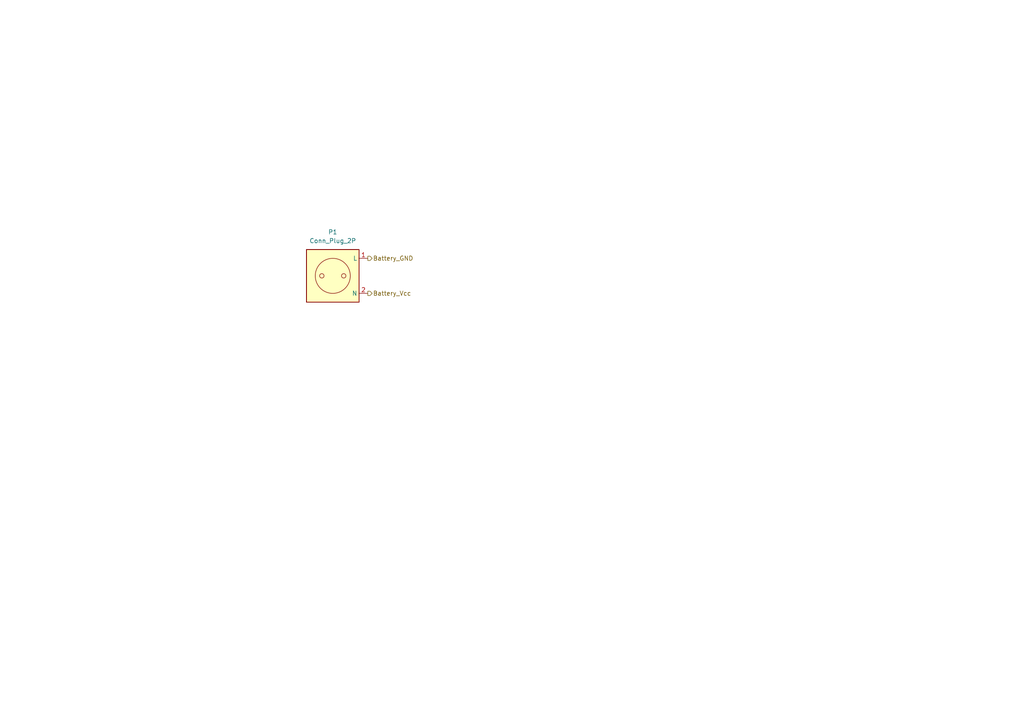
<source format=kicad_sch>
(kicad_sch (version 20231120) (generator "eeschema") (generator_version "8.0")
  (paper "A4")
  (lib_symbols
    (symbol "Connector:Conn_Plug_2P"
      (property "Reference" "P" (at -7.112 8.636 0))
      (property "Value" "Conn_Plug_2P" (at 0.254 -8.89 0))
      (symbol "Conn_Plug_2P_0_1"
        (circle (center 0 0) (radius 5.08))
      )
      (symbol "Conn_Plug_2P_1_1"
        (rectangle (start -7.62 7.62) (end 7.62 -7.62) (stroke (width 0.254)) (fill (type background)))
        (circle (center -3.175 0) (radius 0.635))
        (circle (center 3.175 0) (radius 0.635))
        (pin power_in line (at 10.16 5.08 180) (length 2.54) (name "L") (number "1"))
        (pin power_out line (at 10.16 -5.08 180) (length 2.54) (name "N") (number "2"))
      )
    )
  )
  (hierarchical_label "Battery_Vcc" (shape output) (at 106.68 85.09 0))
  (hierarchical_label "Battery_GND" (shape output) (at 106.68 74.93 0))
  (symbol (lib_id "Connector:Conn_Plug_2P") (at 96.52 80.01 0) (unit 1)
    (property "Reference" "P1" (at 96.52 67.31 0))
    (property "Value" "Conn_Plug_2P" (at 96.52 69.85 0))
    (property "Footprint" "Connector_PinSocket_2.00mm:PinSocket_1x02_P2.00mm_Horizontal" (effects (hide yes)))
    (property "Description" "2 Pins non-protected generic plug" (effects (hide yes)))
  )
)
</source>
